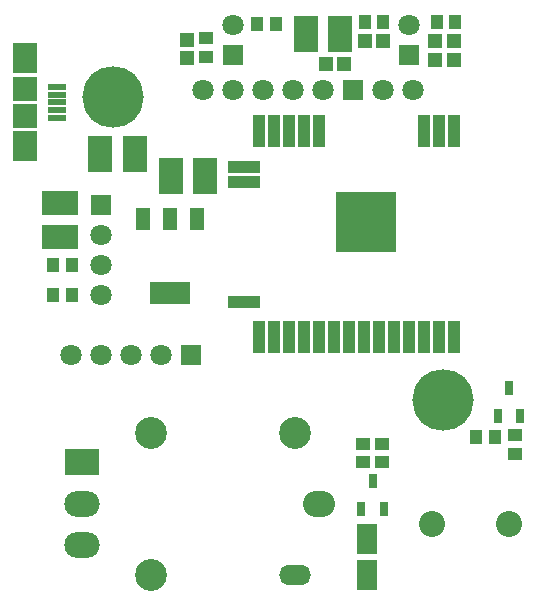
<source format=gts>
G04 Layer_Color=8388736*
%FSLAX44Y44*%
%MOMM*%
G71*
G01*
G75*
%ADD51R,1.1532X1.0032*%
%ADD52R,1.1532X1.1532*%
%ADD53R,1.5532X0.6032*%
%ADD54R,1.5532X0.5032*%
%ADD55R,2.1032X2.5032*%
%ADD56R,2.1032X2.0032*%
%ADD57R,1.0032X1.1532*%
%ADD58R,2.0032X3.1032*%
%ADD59R,1.1532X1.1532*%
%ADD60R,1.1032X2.7432*%
%ADD61R,2.7432X1.1032*%
%ADD62R,5.2032X5.2032*%
%ADD63R,3.1032X2.0032*%
%ADD64R,1.1532X1.9532*%
%ADD65R,3.4032X1.9532*%
%ADD66R,1.7532X2.6032*%
%ADD67R,0.8032X1.2032*%
%ADD68C,1.8032*%
%ADD69R,1.8032X1.8032*%
%ADD70R,1.8032X1.8032*%
%ADD71C,5.2032*%
%ADD72O,2.7032X2.2032*%
%ADD73C,2.7032*%
%ADD74O,2.7032X1.7032*%
%ADD75R,3.0032X2.2032*%
%ADD76O,3.0032X2.2032*%
%ADD77C,2.2032*%
D51*
X164000Y458000D02*
D03*
Y474000D02*
D03*
X297000Y115000D02*
D03*
Y131000D02*
D03*
X313000Y115000D02*
D03*
Y131000D02*
D03*
X425000Y138000D02*
D03*
Y122000D02*
D03*
D52*
X148000Y473000D02*
D03*
Y457000D02*
D03*
D53*
X37500Y407000D02*
D03*
Y433000D02*
D03*
D54*
Y413500D02*
D03*
Y420000D02*
D03*
Y426500D02*
D03*
D55*
X10750Y382500D02*
D03*
Y457500D02*
D03*
D56*
Y408500D02*
D03*
Y431500D02*
D03*
D57*
X207000Y486000D02*
D03*
X223000D02*
D03*
X314000Y488000D02*
D03*
X298000D02*
D03*
X359000D02*
D03*
X375000D02*
D03*
X34000Y256610D02*
D03*
X50000D02*
D03*
X34000Y282010D02*
D03*
X50000D02*
D03*
X408750Y136500D02*
D03*
X392750D02*
D03*
D58*
X248500Y478000D02*
D03*
X277500D02*
D03*
X103400Y375920D02*
D03*
X74400D02*
D03*
X134000Y357250D02*
D03*
X163000D02*
D03*
D59*
X265000Y452000D02*
D03*
X281000D02*
D03*
X314000Y472000D02*
D03*
X298000D02*
D03*
X358000D02*
D03*
X374000D02*
D03*
X358000Y456000D02*
D03*
X374000D02*
D03*
D60*
Y220800D02*
D03*
X361300D02*
D03*
X348600D02*
D03*
X335900D02*
D03*
X323200D02*
D03*
X310500D02*
D03*
X297800D02*
D03*
X285100D02*
D03*
X272400D02*
D03*
X259700D02*
D03*
X247000D02*
D03*
X234300D02*
D03*
X221600D02*
D03*
X208900D02*
D03*
Y396000D02*
D03*
X221600D02*
D03*
X234300D02*
D03*
X247000D02*
D03*
X259700D02*
D03*
X348600D02*
D03*
X361300D02*
D03*
X374000D02*
D03*
D61*
X196200Y251150D02*
D03*
Y352750D02*
D03*
Y365450D02*
D03*
D62*
X299000Y318300D02*
D03*
D63*
X40000Y305500D02*
D03*
Y334500D02*
D03*
D64*
X156350Y321060D02*
D03*
X133350D02*
D03*
X110350D02*
D03*
D65*
X133350Y258060D02*
D03*
D66*
X300000Y50250D02*
D03*
Y19750D02*
D03*
D67*
X295300Y75630D02*
D03*
X314300D02*
D03*
X304800Y99630D02*
D03*
X410870Y154370D02*
D03*
X429870D02*
D03*
X420370Y178370D02*
D03*
D68*
X186900Y485280D02*
D03*
X336000D02*
D03*
X75000Y256610D02*
D03*
Y282010D02*
D03*
Y307410D02*
D03*
X161500Y430600D02*
D03*
X339300D02*
D03*
X313900D02*
D03*
X212300D02*
D03*
X186900D02*
D03*
X237700D02*
D03*
X263100D02*
D03*
X49600Y205810D02*
D03*
X75000D02*
D03*
X100400D02*
D03*
X125800D02*
D03*
D69*
X186900Y459880D02*
D03*
X336000D02*
D03*
D70*
X75000Y332810D02*
D03*
X288500Y430600D02*
D03*
X151200Y205810D02*
D03*
D71*
X85160Y424250D02*
D03*
X364560Y167710D02*
D03*
D72*
X259500Y80000D02*
D03*
D73*
X117500Y20000D02*
D03*
X239500Y140000D02*
D03*
X117500Y140000D02*
D03*
D74*
X239500Y20000D02*
D03*
D75*
X59000Y115000D02*
D03*
D76*
Y80000D02*
D03*
Y45000D02*
D03*
D77*
X355000Y62500D02*
D03*
X420000D02*
D03*
M02*

</source>
